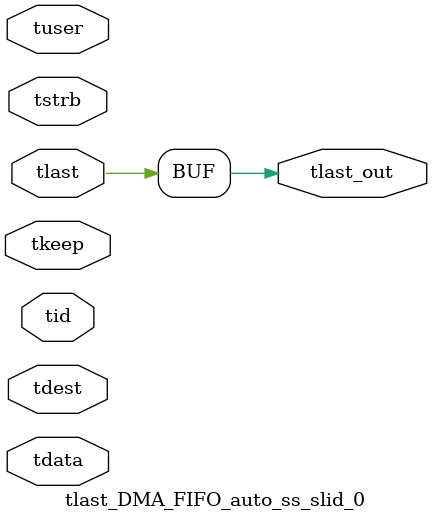
<source format=v>


`timescale 1ps/1ps

module tlast_DMA_FIFO_auto_ss_slid_0 #
(
parameter C_S_AXIS_TID_WIDTH   = 1,
parameter C_S_AXIS_TUSER_WIDTH = 0,
parameter C_S_AXIS_TDATA_WIDTH = 0,
parameter C_S_AXIS_TDEST_WIDTH = 0
)
(
input  [(C_S_AXIS_TID_WIDTH   == 0 ? 1 : C_S_AXIS_TID_WIDTH)-1:0       ] tid,
input  [(C_S_AXIS_TDATA_WIDTH == 0 ? 1 : C_S_AXIS_TDATA_WIDTH)-1:0     ] tdata,
input  [(C_S_AXIS_TUSER_WIDTH == 0 ? 1 : C_S_AXIS_TUSER_WIDTH)-1:0     ] tuser,
input  [(C_S_AXIS_TDEST_WIDTH == 0 ? 1 : C_S_AXIS_TDEST_WIDTH)-1:0     ] tdest,
input  [(C_S_AXIS_TDATA_WIDTH/8)-1:0 ] tkeep,
input  [(C_S_AXIS_TDATA_WIDTH/8)-1:0 ] tstrb,
input  [0:0]                                                             tlast,
output                                                                   tlast_out
);

assign tlast_out = {tlast};

endmodule


</source>
